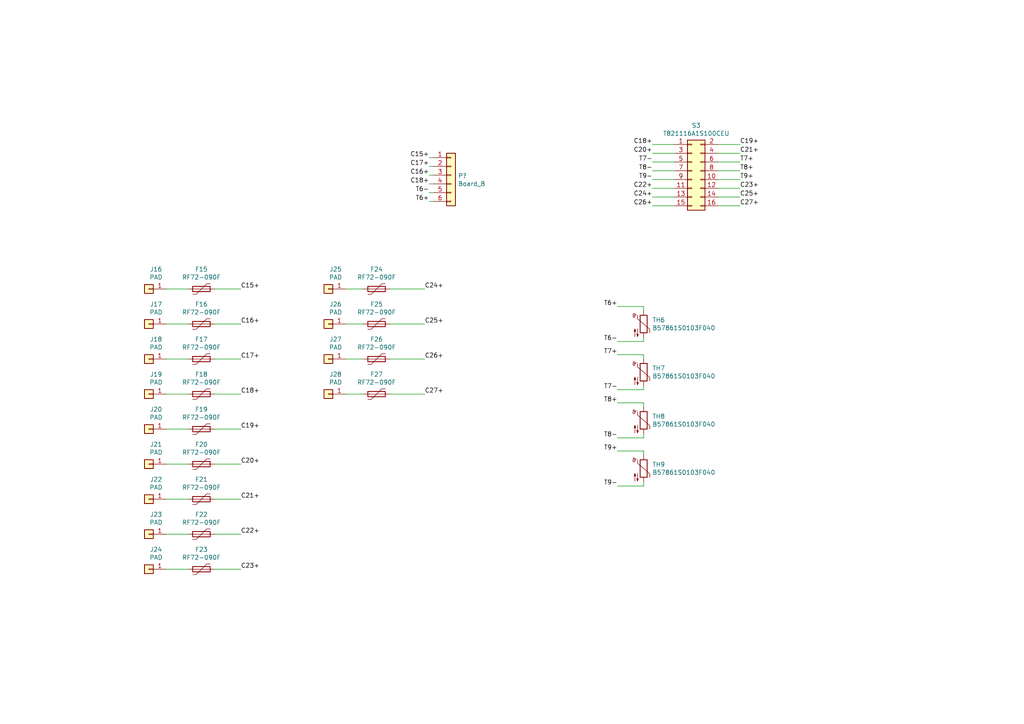
<source format=kicad_sch>
(kicad_sch (version 20211123) (generator eeschema)
  (paper "A4")
  (title_block (title "Accumulator signal board-B C15-C27") (date "2021-06-27") (rev "1.0") (company "PUT Motorsport"))
  (lib_symbols
    (symbol "Connector_Generic:Conn_01x01" (pin_names (offset 1.016) hide)
      (property "Reference" "J" (at 0 2.54 0))
      (property "Value" "Conn_01x01" (at 0 -2.54 0))
      (symbol "Conn_01x01_1_1"
        (rectangle (start -1.27 0.127) (end 0 -0.127) (stroke (width 0.1524)))
        (rectangle (start -1.27 1.27) (end 1.27 -1.27) (stroke (width 0.254)) (fill (type background)))
        (pin passive line (at -5.08 0 0) (length 3.81) (name "Pin_1") (number "1"))
      )
    )
    (symbol "Connector_Generic:Conn_01x06" (pin_names (offset 1.016) hide)
      (property "Reference" "J" (at 0 7.62 0))
      (property "Value" "Conn_01x06" (at 0 -10.16 0))
      (symbol "Conn_01x06_1_1"
        (rectangle (start -1.27 -7.493) (end 0 -7.747) (stroke (width 0.1524)))
        (rectangle (start -1.27 -4.953) (end 0 -5.207) (stroke (width 0.1524)))
        (rectangle (start -1.27 -2.413) (end 0 -2.667) (stroke (width 0.1524)))
        (rectangle (start -1.27 0.127) (end 0 -0.127) (stroke (width 0.1524)))
        (rectangle (start -1.27 2.667) (end 0 2.413) (stroke (width 0.1524)))
        (rectangle (start -1.27 5.207) (end 0 4.953) (stroke (width 0.1524)))
        (rectangle (start -1.27 6.35) (end 1.27 -8.89) (stroke (width 0.254)) (fill (type background)))
        (pin passive line (at -5.08 5.08 0) (length 3.81) (name "Pin_1") (number "1"))
        (pin passive line (at -5.08 2.54 0) (length 3.81) (name "Pin_2") (number "2"))
        (pin passive line (at -5.08 0 0) (length 3.81) (name "Pin_3") (number "3"))
        (pin passive line (at -5.08 -2.54 0) (length 3.81) (name "Pin_4") (number "4"))
        (pin passive line (at -5.08 -5.08 0) (length 3.81) (name "Pin_5") (number "5"))
        (pin passive line (at -5.08 -7.62 0) (length 3.81) (name "Pin_6") (number "6"))
      )
    )
    (symbol "Connector_Generic:Conn_02x08_Odd_Even" (pin_names (offset 1.016) hide)
      (property "Reference" "J" (at 1.27 10.16 0))
      (property "Value" "Conn_02x08_Odd_Even" (at 1.27 -12.7 0))
      (symbol "Conn_02x08_Odd_Even_1_1"
        (rectangle (start -1.27 -10.033) (end 0 -10.287) (stroke (width 0.1524)))
        (rectangle (start -1.27 -7.493) (end 0 -7.747) (stroke (width 0.1524)))
        (rectangle (start -1.27 -4.953) (end 0 -5.207) (stroke (width 0.1524)))
        (rectangle (start -1.27 -2.413) (end 0 -2.667) (stroke (width 0.1524)))
        (rectangle (start -1.27 0.127) (end 0 -0.127) (stroke (width 0.1524)))
        (rectangle (start -1.27 2.667) (end 0 2.413) (stroke (width 0.1524)))
        (rectangle (start -1.27 5.207) (end 0 4.953) (stroke (width 0.1524)))
        (rectangle (start -1.27 7.747) (end 0 7.493) (stroke (width 0.1524)))
        (rectangle (start -1.27 8.89) (end 3.81 -11.43) (stroke (width 0.254)) (fill (type background)))
        (rectangle (start 3.81 -10.033) (end 2.54 -10.287) (stroke (width 0.1524)))
        (rectangle (start 3.81 -7.493) (end 2.54 -7.747) (stroke (width 0.1524)))
        (rectangle (start 3.81 -4.953) (end 2.54 -5.207) (stroke (width 0.1524)))
        (rectangle (start 3.81 -2.413) (end 2.54 -2.667) (stroke (width 0.1524)))
        (rectangle (start 3.81 0.127) (end 2.54 -0.127) (stroke (width 0.1524)))
        (rectangle (start 3.81 2.667) (end 2.54 2.413) (stroke (width 0.1524)))
        (rectangle (start 3.81 5.207) (end 2.54 4.953) (stroke (width 0.1524)))
        (rectangle (start 3.81 7.747) (end 2.54 7.493) (stroke (width 0.1524)))
        (pin passive line (at -5.08 7.62 0) (length 3.81) (name "Pin_1") (number "1"))
        (pin passive line (at 7.62 -2.54 180) (length 3.81) (name "Pin_10") (number "10"))
        (pin passive line (at -5.08 -5.08 0) (length 3.81) (name "Pin_11") (number "11"))
        (pin passive line (at 7.62 -5.08 180) (length 3.81) (name "Pin_12") (number "12"))
        (pin passive line (at -5.08 -7.62 0) (length 3.81) (name "Pin_13") (number "13"))
        (pin passive line (at 7.62 -7.62 180) (length 3.81) (name "Pin_14") (number "14"))
        (pin passive line (at -5.08 -10.16 0) (length 3.81) (name "Pin_15") (number "15"))
        (pin passive line (at 7.62 -10.16 180) (length 3.81) (name "Pin_16") (number "16"))
        (pin passive line (at 7.62 7.62 180) (length 3.81) (name "Pin_2") (number "2"))
        (pin passive line (at -5.08 5.08 0) (length 3.81) (name "Pin_3") (number "3"))
        (pin passive line (at 7.62 5.08 180) (length 3.81) (name "Pin_4") (number "4"))
        (pin passive line (at -5.08 2.54 0) (length 3.81) (name "Pin_5") (number "5"))
        (pin passive line (at 7.62 2.54 180) (length 3.81) (name "Pin_6") (number "6"))
        (pin passive line (at -5.08 0 0) (length 3.81) (name "Pin_7") (number "7"))
        (pin passive line (at 7.62 0 180) (length 3.81) (name "Pin_8") (number "8"))
        (pin passive line (at -5.08 -2.54 0) (length 3.81) (name "Pin_9") (number "9"))
      )
    )
    (symbol "Device:Polyfuse" (pin_numbers hide) (pin_names (offset 0))
      (property "Reference" "F" (at -2.54 0 90))
      (property "Value" "Polyfuse" (at 2.54 0 90))
      (symbol "Polyfuse_0_1"
        (rectangle (start -0.762 2.54) (end 0.762 -2.54) (stroke (width 0.254)))
        (polyline (pts (xy 0 2.54) (xy 0 -2.54)))
        (polyline (pts (xy -1.524 2.54) (xy -1.524 1.524) (xy 1.524 -1.524) (xy 1.524 -2.54)))
      )
      (symbol "Polyfuse_1_1"
        (pin passive line (at 0 3.81 270) (length 1.27) (name "~") (number "1"))
        (pin passive line (at 0 -3.81 90) (length 1.27) (name "~") (number "2"))
      )
    )
    (symbol "Device:Thermistor_NTC" (pin_numbers hide) (pin_names (offset 0))
      (property "Reference" "TH" (at -4.445 0 90))
      (property "Value" "Thermistor_NTC" (at 3.175 0 90))
      (symbol "Thermistor_NTC_0_1"
        (arc (start -3.048 2.159) (mid -3.0505 2.3165) (end -3.175 2.413))
        (arc (start -3.048 2.159) (mid -2.9736 1.9794) (end -2.794 1.905))
        (arc (start -3.048 2.794) (mid -2.9736 2.6144) (end -2.794 2.54))
        (arc (start -2.794 1.905) (mid -2.6144 1.9794) (end -2.54 2.159))
        (arc (start -2.794 2.54) (mid -2.434 2.5608) (end -2.159 2.794))
        (arc (start -2.794 3.048) (mid -2.9736 2.9736) (end -3.048 2.794))
        (arc (start -2.54 2.794) (mid -2.6144 2.9736) (end -2.794 3.048))
        (rectangle (start -1.016 2.54) (end 1.016 -2.54) (stroke (width 0.254)))
        (polyline (pts (xy -2.54 2.159) (xy -2.54 2.794)))
        (polyline (pts (xy -1.778 2.54) (xy -1.778 1.524) (xy 1.778 -1.524) (xy 1.778 -2.54)))
        (polyline (pts (xy -2.54 -3.683) (xy -2.54 -1.397) (xy -2.794 -2.159) (xy -2.286 -2.159) (xy -2.54 -1.397) (xy -2.54 -1.651)) (fill (type outline)))
        (polyline (pts (xy -1.778 -1.397) (xy -1.778 -3.683) (xy -2.032 -2.921) (xy -1.524 -2.921) (xy -1.778 -3.683) (xy -1.778 -3.429)) (fill (type outline)))
      )
      (symbol "Thermistor_NTC_1_1"
        (pin passive line (at 0 3.81 270) (length 1.27) (name "~") (number "1"))
        (pin passive line (at 0 -3.81 90) (length 1.27) (name "~") (number "2"))
      )
    )
  )
  (wire (pts (xy 48.26 124.46) (xy 54.61 124.46)))
  (wire (pts (xy 113.03 83.82) (xy 123.19 83.82)))
  (wire (pts (xy 62.23 83.82) (xy 69.85 83.82)))
  (wire (pts (xy 195.58 59.69) (xy 189.23 59.69)))
  (wire (pts (xy 208.28 54.61) (xy 214.63 54.61)))
  (wire (pts (xy 186.69 113.03) (xy 179.07 113.03)))
  (wire (pts (xy 214.63 46.99) (xy 208.28 46.99)))
  (wire (pts (xy 186.69 130.81) (xy 179.07 130.81)))
  (wire (pts (xy 48.26 93.98) (xy 54.61 93.98)))
  (wire (pts (xy 113.03 104.14) (xy 123.19 104.14)))
  (wire (pts (xy 125.73 53.34) (xy 124.46 53.34)))
  (wire (pts (xy 62.23 154.94) (xy 69.85 154.94)))
  (wire (pts (xy 48.26 104.14) (xy 54.61 104.14)))
  (wire (pts (xy 125.73 45.72) (xy 124.46 45.72)))
  (wire (pts (xy 48.26 83.82) (xy 54.61 83.82)))
  (wire (pts (xy 62.23 134.62) (xy 69.85 134.62)))
  (wire (pts (xy 186.69 88.9) (xy 186.69 90.17)))
  (wire (pts (xy 186.69 88.9) (xy 179.07 88.9)))
  (wire (pts (xy 113.03 93.98) (xy 123.19 93.98)))
  (wire (pts (xy 62.23 114.3) (xy 69.85 114.3)))
  (wire (pts (xy 113.03 114.3) (xy 123.19 114.3)))
  (wire (pts (xy 195.58 41.91) (xy 189.23 41.91)))
  (wire (pts (xy 62.23 144.78) (xy 69.85 144.78)))
  (wire (pts (xy 100.33 93.98) (xy 105.41 93.98)))
  (wire (pts (xy 186.69 116.84) (xy 186.69 118.11)))
  (wire (pts (xy 62.23 165.1) (xy 69.85 165.1)))
  (wire (pts (xy 48.26 144.78) (xy 54.61 144.78)))
  (wire (pts (xy 62.23 104.14) (xy 69.85 104.14)))
  (wire (pts (xy 208.28 44.45) (xy 214.63 44.45)))
  (wire (pts (xy 186.69 102.87) (xy 186.69 104.14)))
  (wire (pts (xy 186.69 127) (xy 179.07 127)))
  (wire (pts (xy 186.69 139.7) (xy 186.69 140.97)))
  (wire (pts (xy 186.69 99.06) (xy 179.07 99.06)))
  (wire (pts (xy 195.58 52.07) (xy 189.23 52.07)))
  (wire (pts (xy 208.28 57.15) (xy 214.63 57.15)))
  (wire (pts (xy 186.69 140.97) (xy 179.07 140.97)))
  (wire (pts (xy 186.69 130.81) (xy 186.69 132.08)))
  (wire (pts (xy 124.46 48.26) (xy 125.73 48.26)))
  (wire (pts (xy 62.23 124.46) (xy 69.85 124.46)))
  (wire (pts (xy 62.23 93.98) (xy 69.85 93.98)))
  (wire (pts (xy 48.26 114.3) (xy 54.61 114.3)))
  (wire (pts (xy 48.26 154.94) (xy 54.61 154.94)))
  (wire (pts (xy 186.69 97.79) (xy 186.69 99.06)))
  (wire (pts (xy 208.28 41.91) (xy 214.63 41.91)))
  (wire (pts (xy 124.46 55.88) (xy 125.73 55.88)))
  (wire (pts (xy 195.58 54.61) (xy 189.23 54.61)))
  (wire (pts (xy 186.69 125.73) (xy 186.69 127)))
  (wire (pts (xy 208.28 52.07) (xy 214.63 52.07)))
  (wire (pts (xy 208.28 59.69) (xy 214.63 59.69)))
  (wire (pts (xy 186.69 111.76) (xy 186.69 113.03)))
  (wire (pts (xy 195.58 46.99) (xy 189.23 46.99)))
  (wire (pts (xy 48.26 134.62) (xy 54.61 134.62)))
  (wire (pts (xy 186.69 116.84) (xy 179.07 116.84)))
  (wire (pts (xy 124.46 50.8) (xy 125.73 50.8)))
  (wire (pts (xy 195.58 49.53) (xy 189.23 49.53)))
  (wire (pts (xy 208.28 49.53) (xy 214.63 49.53)))
  (wire (pts (xy 48.26 165.1) (xy 54.61 165.1)))
  (wire (pts (xy 100.33 114.3) (xy 105.41 114.3)))
  (wire (pts (xy 100.33 104.14) (xy 105.41 104.14)))
  (wire (pts (xy 195.58 44.45) (xy 189.23 44.45)))
  (wire (pts (xy 124.46 58.42) (xy 125.73 58.42)))
  (wire (pts (xy 100.33 83.82) (xy 105.41 83.82)))
  (wire (pts (xy 195.58 57.15) (xy 189.23 57.15)))
  (wire (pts (xy 186.69 102.87) (xy 179.07 102.87)))
  (label "C20+" (at 69.85 134.62 0))
  (label "T8-" (at 179.07 127 180))
  (label "C16+" (at 69.85 93.98 0))
  (label "C27+" (at 214.63 59.69 0))
  (label "T6-" (at 179.07 99.06 180))
  (label "C21+" (at 69.85 144.78 0))
  (label "C18+" (at 124.46 53.34 180))
  (label "C26+" (at 123.19 104.14 0))
  (label "C24+" (at 189.23 57.15 180))
  (label "C17+" (at 124.46 48.26 180))
  (label "C21+" (at 214.63 44.45 0))
  (label "C23+" (at 69.85 165.1 0))
  (label "T8-" (at 189.23 49.53 180))
  (label "C27+" (at 123.19 114.3 0))
  (label "C22+" (at 189.23 54.61 180))
  (label "C24+" (at 123.19 83.82 0))
  (label "C26+" (at 189.23 59.69 180))
  (label "C15+" (at 69.85 83.82 0))
  (label "C23+" (at 214.63 54.61 0))
  (label "T7+" (at 214.63 46.99 0))
  (label "C15+" (at 124.46 45.72 180))
  (label "T7+" (at 179.07 102.87 180))
  (label "C17+" (at 69.85 104.14 0))
  (label "C22+" (at 69.85 154.94 0))
  (label "T9+" (at 179.07 130.81 180))
  (label "C18+" (at 69.85 114.3 0))
  (label "T8+" (at 214.63 49.53 0))
  (label "C19+" (at 214.63 41.91 0))
  (label "T8+" (at 179.07 116.84 180))
  (label "C18+" (at 189.23 41.91 180))
  (label "T9-" (at 179.07 140.97 180))
  (label "T6-" (at 124.46 55.88 180))
  (label "T9-" (at 189.23 52.07 180))
  (label "C20+" (at 189.23 44.45 180))
  (label "T6+" (at 124.46 58.42 180))
  (label "T6+" (at 179.07 88.9 180))
  (label "C19+" (at 69.85 124.46 0))
  (label "T7-" (at 179.07 113.03 180))
  (label "C16+" (at 124.46 50.8 180))
  (label "T9+" (at 214.63 52.07 0))
  (label "T7-" (at 189.23 46.99 180))
  (label "C25+" (at 123.19 93.98 0))
  (label "C25+" (at 214.63 57.15 0))
  (symbol (lib_id "Connector_Generic:Conn_01x01") (at 43.18 83.82 180) (unit 1)
    (property "Reference" "J16" (at 45.2628 78.105 0))
    (property "Value" "PAD" (at 45.2628 80.4164 0))
    (property "Footprint" "PUTM_EV_BMS_HV_Signal_2021:CELL_PAD" (effects hide))
  )
  (symbol (lib_id "Connector_Generic:Conn_01x01") (at 43.18 93.98 180) (unit 1)
    (property "Reference" "J17" (at 45.2628 88.265 0))
    (property "Value" "PAD" (at 45.2628 90.5764 0))
    (property "Footprint" "PUTM_EV_BMS_HV_Signal_2021:CELL_PAD" (effects hide))
  )
  (symbol (lib_id "Connector_Generic:Conn_01x01") (at 43.18 104.14 180) (unit 1)
    (property "Reference" "J18" (at 45.2628 98.425 0))
    (property "Value" "PAD" (at 45.2628 100.7364 0))
    (property "Footprint" "PUTM_EV_BMS_HV_Signal_2021:CELL_PAD" (effects hide))
  )
  (symbol (lib_id "Connector_Generic:Conn_01x01") (at 43.18 114.3 180) (unit 1)
    (property "Reference" "J19" (at 45.2628 108.585 0))
    (property "Value" "PAD" (at 45.2628 110.8964 0))
    (property "Footprint" "PUTM_EV_BMS_HV_Signal_2021:CELL_PAD" (effects hide))
  )
  (symbol (lib_id "Connector_Generic:Conn_01x01") (at 43.18 124.46 180) (unit 1)
    (property "Reference" "J20" (at 45.2628 118.745 0))
    (property "Value" "PAD" (at 45.2628 121.0564 0))
    (property "Footprint" "PUTM_EV_BMS_HV_Signal_2021:CELL_PAD" (effects hide))
  )
  (symbol (lib_id "Connector_Generic:Conn_01x01") (at 43.18 134.62 180) (unit 1)
    (property "Reference" "J21" (at 45.2628 128.905 0))
    (property "Value" "PAD" (at 45.2628 131.2164 0))
    (property "Footprint" "PUTM_EV_BMS_HV_Signal_2021:CELL_PAD" (effects hide))
  )
  (symbol (lib_id "Connector_Generic:Conn_01x01") (at 43.18 144.78 180) (unit 1)
    (property "Reference" "J22" (at 45.2628 139.065 0))
    (property "Value" "PAD" (at 45.2628 141.3764 0))
    (property "Footprint" "PUTM_EV_BMS_HV_Signal_2021:CELL_PAD" (effects hide))
  )
  (symbol (lib_id "Connector_Generic:Conn_01x01") (at 43.18 154.94 180) (unit 1)
    (property "Reference" "J23" (at 45.2628 149.225 0))
    (property "Value" "PAD" (at 45.2628 151.5364 0))
    (property "Footprint" "PUTM_EV_BMS_HV_Signal_2021:CELL_PAD" (effects hide))
  )
  (symbol (lib_id "Connector_Generic:Conn_01x01") (at 43.18 165.1 180) (unit 1)
    (property "Reference" "J24" (at 45.2628 159.385 0))
    (property "Value" "PAD" (at 45.2628 161.6964 0))
    (property "Footprint" "PUTM_EV_BMS_HV_Signal_2021:CELL_PAD" (effects hide))
  )
  (symbol (lib_id "Connector_Generic:Conn_01x01") (at 95.25 83.82 180) (unit 1)
    (property "Reference" "J25" (at 97.3328 78.105 0))
    (property "Value" "PAD" (at 97.3328 80.4164 0))
    (property "Footprint" "PUTM_EV_BMS_HV_Signal_2021:CELL_PAD" (effects hide))
  )
  (symbol (lib_id "Connector_Generic:Conn_01x01") (at 95.25 93.98 180) (unit 1)
    (property "Reference" "J26" (at 97.3328 88.265 0))
    (property "Value" "PAD" (at 97.3328 90.5764 0))
    (property "Footprint" "PUTM_EV_BMS_HV_Signal_2021:CELL_PAD" (effects hide))
  )
  (symbol (lib_id "Connector_Generic:Conn_01x01") (at 95.25 104.14 180) (unit 1)
    (property "Reference" "J27" (at 97.3328 98.425 0))
    (property "Value" "PAD" (at 97.3328 100.7364 0))
    (property "Footprint" "PUTM_EV_BMS_HV_Signal_2021:CELL_PAD" (effects hide))
  )
  (symbol (lib_id "Connector_Generic:Conn_01x01") (at 95.25 114.3 180) (unit 1)
    (property "Reference" "J28" (at 97.3328 108.585 0))
    (property "Value" "PAD" (at 97.3328 110.8964 0))
    (property "Footprint" "PUTM_EV_BMS_HV_Signal_2021:CELL_PAD" (effects hide))
  )
  (symbol (lib_id "Connector_Generic:Conn_02x08_Odd_Even") (at 200.66 49.53 0) (unit 1)
    (property "Reference" "S3" (at 201.93 36.3982 0))
    (property "Value" "T821116A1S100CEU" (at 201.93 38.7096 0))
    (property "Footprint" "Connector_IDC:IDC-Header_2x08_P2.54mm_Vertical" (effects hide))
  )
  (symbol (lib_id "Device:Polyfuse") (at 58.42 83.82 270) (unit 1)
    (property "Reference" "F15" (at 58.42 78.105 90))
    (property "Value" "RF72-090F" (at 58.42 80.4164 90))
    (property "Footprint" "Fuse:Fuse_Bourns_MF-RG400" (effects hide))
  )
  (symbol (lib_id "Device:Polyfuse") (at 58.42 93.98 270) (unit 1)
    (property "Reference" "F16" (at 58.42 88.265 90))
    (property "Value" "RF72-090F" (at 58.42 90.5764 90))
    (property "Footprint" "Fuse:Fuse_Bourns_MF-RG400" (effects hide))
  )
  (symbol (lib_id "Device:Polyfuse") (at 58.42 104.14 270) (unit 1)
    (property "Reference" "F17" (at 58.42 98.425 90))
    (property "Value" "RF72-090F" (at 58.42 100.7364 90))
    (property "Footprint" "Fuse:Fuse_Bourns_MF-RG400" (effects hide))
  )
  (symbol (lib_id "Device:Polyfuse") (at 58.42 114.3 270) (unit 1)
    (property "Reference" "F18" (at 58.42 108.585 90))
    (property "Value" "RF72-090F" (at 58.42 110.8964 90))
    (property "Footprint" "Fuse:Fuse_Bourns_MF-RG400" (effects hide))
  )
  (symbol (lib_id "Device:Polyfuse") (at 58.42 124.46 270) (unit 1)
    (property "Reference" "F19" (at 58.42 118.745 90))
    (property "Value" "RF72-090F" (at 58.42 121.0564 90))
    (property "Footprint" "Fuse:Fuse_Bourns_MF-RG400" (effects hide))
  )
  (symbol (lib_id "Device:Polyfuse") (at 58.42 134.62 270) (unit 1)
    (property "Reference" "F20" (at 58.42 128.905 90))
    (property "Value" "RF72-090F" (at 58.42 131.2164 90))
    (property "Footprint" "Fuse:Fuse_Bourns_MF-RG400" (effects hide))
  )
  (symbol (lib_id "Device:Polyfuse") (at 58.42 144.78 270) (unit 1)
    (property "Reference" "F21" (at 58.42 139.065 90))
    (property "Value" "RF72-090F" (at 58.42 141.3764 90))
    (property "Footprint" "Fuse:Fuse_Bourns_MF-RG400" (effects hide))
  )
  (symbol (lib_id "Device:Polyfuse") (at 58.42 154.94 270) (unit 1)
    (property "Reference" "F22" (at 58.42 149.225 90))
    (property "Value" "RF72-090F" (at 58.42 151.5364 90))
    (property "Footprint" "Fuse:Fuse_Bourns_MF-RG400" (effects hide))
  )
  (symbol (lib_id "Device:Polyfuse") (at 58.42 165.1 270) (unit 1)
    (property "Reference" "F23" (at 58.42 159.385 90))
    (property "Value" "RF72-090F" (at 58.42 161.6964 90))
    (property "Footprint" "Fuse:Fuse_Bourns_MF-RG400" (effects hide))
  )
  (symbol (lib_id "Device:Polyfuse") (at 109.22 83.82 270) (unit 1)
    (property "Reference" "F24" (at 109.22 78.105 90))
    (property "Value" "RF72-090F" (at 109.22 80.4164 90))
    (property "Footprint" "Fuse:Fuse_Bourns_MF-RG400" (effects hide))
  )
  (symbol (lib_id "Device:Polyfuse") (at 109.22 93.98 270) (unit 1)
    (property "Reference" "F25" (at 109.22 88.265 90))
    (property "Value" "RF72-090F" (at 109.22 90.5764 90))
    (property "Footprint" "Fuse:Fuse_Bourns_MF-RG400" (effects hide))
  )
  (symbol (lib_id "Device:Polyfuse") (at 109.22 104.14 270) (unit 1)
    (property "Reference" "F26" (at 109.22 98.425 90))
    (property "Value" "RF72-090F" (at 109.22 100.7364 90))
    (property "Footprint" "Fuse:Fuse_Bourns_MF-RG400" (effects hide))
  )
  (symbol (lib_id "Device:Polyfuse") (at 109.22 114.3 270) (unit 1)
    (property "Reference" "F27" (at 109.22 108.585 90))
    (property "Value" "RF72-090F" (at 109.22 110.8964 90))
    (property "Footprint" "Fuse:Fuse_Bourns_MF-RG400" (effects hide))
  )
  (symbol (lib_id "Device:Thermistor_NTC") (at 186.69 93.98 0) (unit 1)
    (property "Reference" "TH6" (at 189.1792 92.8116 0) (effects (justify left)))
    (property "Value" "B57861S0103F040" (at 189.1792 95.123 0) (effects (justify left)))
    (property "Footprint" "Connector_PinHeader_1.27mm:PinHeader_1x02_P1.27mm_Vertical" (effects hide))
  )
  (symbol (lib_id "Device:Thermistor_NTC") (at 186.69 107.95 0) (unit 1)
    (property "Reference" "TH7" (at 189.1792 106.7816 0) (effects (justify left)))
    (property "Value" "B57861S0103F040" (at 189.1792 109.093 0) (effects (justify left)))
    (property "Footprint" "Connector_PinHeader_1.27mm:PinHeader_1x02_P1.27mm_Vertical" (effects hide))
  )
  (symbol (lib_id "Device:Thermistor_NTC") (at 186.69 121.92 0) (unit 1)
    (property "Reference" "TH8" (at 189.1792 120.7516 0) (effects (justify left)))
    (property "Value" "B57861S0103F040" (at 189.1792 123.063 0) (effects (justify left)))
    (property "Footprint" "Connector_PinHeader_1.27mm:PinHeader_1x02_P1.27mm_Vertical" (effects hide))
  )
  (symbol (lib_id "Device:Thermistor_NTC") (at 186.69 135.89 0) (unit 1)
    (property "Reference" "TH9" (at 189.1792 134.7216 0) (effects (justify left)))
    (property "Value" "B57861S0103F040" (at 189.1792 137.033 0) (effects (justify left)))
    (property "Footprint" "Connector_PinHeader_1.27mm:PinHeader_1x02_P1.27mm_Vertical" (effects hide))
  )
  (symbol (lib_id "Connector_Generic:Conn_01x06") (at 130.81 50.8 0) (unit 1)
    (property "Reference" "P?" (at 132.842 51.0032 0) (effects (justify left)))
    (property "Value" "Board_B" (at 132.842 53.3146 0) (effects (justify left)))
    (property "Footprint" "Connector_IDC:IDC-Header_2x03_P2.54mm_Vertical" (effects hide))
  )
)
</source>
